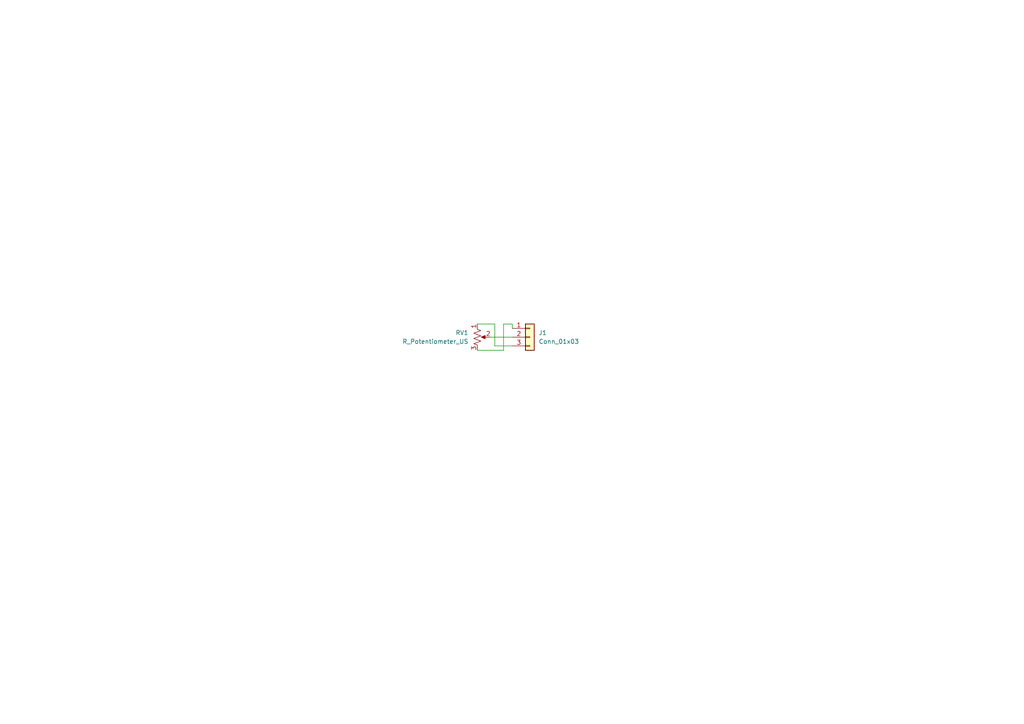
<source format=kicad_sch>
(kicad_sch (version 20250114) (generator "eeschema") (generator_version "9.0")
  (paper "A4")
  (lib_symbols
    (symbol "Connector_Generic:Conn_01x03" (pin_names (offset 1.016) (hide yes))
      (property "Reference" "J" (at 0 5.08 0))
      (property "Value" "Conn_01x03" (at 0 -5.08 0))
      (symbol "Conn_01x03_1_1"
        (rectangle (start -1.27 3.81) (end 1.27 -3.81) (stroke (width 0.254)) (fill (type background)))
        (rectangle (start -1.27 2.667) (end 0 2.413) (stroke (width 0.1524)))
        (rectangle (start -1.27 0.127) (end 0 -0.127) (stroke (width 0.1524)))
        (rectangle (start -1.27 -2.413) (end 0 -2.667) (stroke (width 0.1524)))
        (pin passive line (at -5.08 2.54 0) (length 3.81) (name "Pin_1") (number "1"))
        (pin passive line (at -5.08 0 0) (length 3.81) (name "Pin_2") (number "2"))
        (pin passive line (at -5.08 -2.54 0) (length 3.81) (name "Pin_3") (number "3"))
      )
    )
    (symbol "Device:R_Potentiometer_US" (pin_names (offset 1.016) (hide yes))
      (property "Reference" "RV" (at -4.445 0 90))
      (property "Value" "R_Potentiometer_US" (at -2.54 0 90))
      (symbol "R_Potentiometer_US_0_1"
        (polyline (pts (xy 0 2.54) (xy 0 2.286)))
        (polyline (pts (xy 0 2.286) (xy 1.016 1.905) (xy 0 1.524) (xy -1.016 1.143) (xy 0 0.762)))
        (polyline (pts (xy 0 0.762) (xy 1.016 0.381) (xy 0 0) (xy -1.016 -0.381) (xy 0 -0.762)))
        (polyline (pts (xy 0 -0.762) (xy 1.016 -1.143) (xy 0 -1.524) (xy -1.016 -1.905) (xy 0 -2.286)))
        (polyline (pts (xy 0 -2.286) (xy 0 -2.54)))
        (polyline (pts (xy 1.143 0) (xy 2.286 0.508) (xy 2.286 -0.508) (xy 1.143 0)) (fill (type outline)))
        (polyline (pts (xy 2.54 0) (xy 1.524 0)))
      )
      (symbol "R_Potentiometer_US_1_1"
        (pin passive line (at 0 3.81 270) (length 1.27) (name "1") (number "1"))
        (pin passive line (at 0 -3.81 90) (length 1.27) (name "3") (number "3"))
        (pin passive line (at 3.81 0 180) (length 1.27) (name "2") (number "2"))
      )
    )
  )
  (wire (pts (xy 146.05 93.98) (xy 148.59 93.98)))
  (wire (pts (xy 138.43 101.6) (xy 146.05 101.6)))
  (wire (pts (xy 143.51 100.33) (xy 143.51 93.98)))
  (wire (pts (xy 148.59 93.98) (xy 148.59 95.25)))
  (wire (pts (xy 148.59 100.33) (xy 143.51 100.33)))
  (wire (pts (xy 143.51 93.98) (xy 138.43 93.98)))
  (wire (pts (xy 146.05 101.6) (xy 146.05 93.98)))
  (wire (pts (xy 142.24 97.79) (xy 148.59 97.79)))
  (symbol (lib_id "Connector_Generic:Conn_01x03") (at 153.67 97.79 0) (unit 1)
    (property "Reference" "J1" (at 156.21 96.5199 0) (effects (justify left)))
    (property "Value" "Conn_01x03" (at 156.21 99.0599 0) (effects (justify left)))
    (property "Footprint" "Connector_PinHeader_2.54mm:PinHeader_1x03_P2.54mm_Vertical" (effects (hide yes)))
    (property "Description" "Generic connector, single row, 01x03, script generated (kicad-library-utils/schlib/autogen/connector/)" (effects (hide yes)))
  )
  (symbol (lib_id "Device:R_Potentiometer_US") (at 138.43 97.79 0) (unit 1)
    (property "Reference" "RV1" (at 135.89 96.5199 0) (effects (justify right)))
    (property "Value" "R_Potentiometer_US" (at 135.89 99.0599 0) (effects (justify right)))
    (property "Footprint" "Potentiometer_THT:Potentiometer_Alps_RK163_Single_Horizontal" (effects (hide yes)))
    (property "Description" "Potentiometer, US symbol" (effects (hide yes)))
  )
)
</source>
